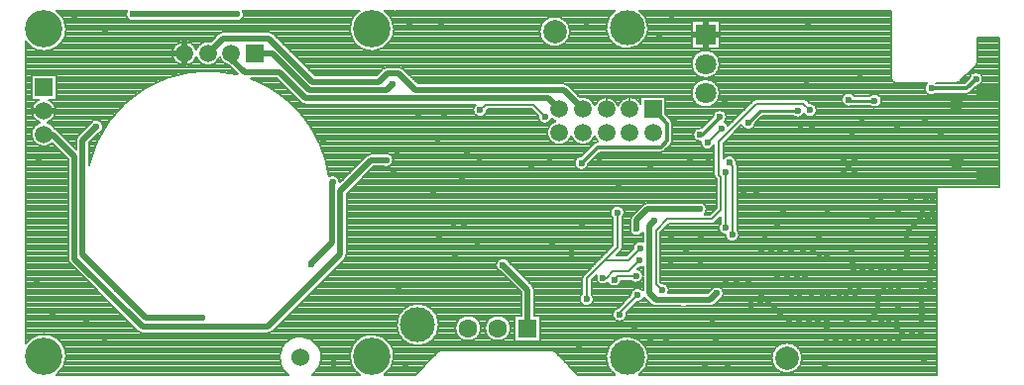
<source format=gbl>
G04*
G04 #@! TF.GenerationSoftware,Altium Limited,Altium Designer,18.1.7 (191)*
G04*
G04 Layer_Physical_Order=2*
G04 Layer_Color=16711680*
%FSLAX24Y24*%
%MOIN*%
G70*
G01*
G75*
%ADD12C,0.0079*%
%ADD13C,0.0118*%
%ADD14C,0.0100*%
%ADD62C,0.0630*%
%ADD66R,0.0630X0.0630*%
%ADD83C,0.0197*%
%ADD97C,0.0787*%
%ADD98C,0.1181*%
%ADD99C,0.0591*%
%ADD100R,0.0591X0.0591*%
%ADD101R,0.0591X0.0591*%
%ADD102R,0.0709X0.0709*%
%ADD103C,0.0709*%
%ADD104O,0.0787X0.0433*%
%ADD105C,0.0492*%
%ADD106C,0.1260*%
%ADD107C,0.0600*%
%ADD108C,0.0236*%
D12*
X57009Y35669D02*
G03*
X57058Y35787I-119J119D01*
G01*
X57009Y35669D02*
G03*
X57058Y35787I-119J119D01*
G01*
X57244Y35197D02*
G03*
X56772Y35212I-236J0D01*
G01*
X57023Y34961D02*
G03*
X57244Y35197I-15J236D01*
G01*
X56339Y35068D02*
G03*
X56457Y35117I0J168D01*
G01*
X56339Y35068D02*
G03*
X56457Y35117I0J168D01*
G01*
X54163Y35236D02*
G03*
X54331Y35068I168J0D01*
G01*
X54163Y35236D02*
G03*
X54331Y35068I168J0D01*
G01*
X55366D02*
G03*
X55668Y34705I145J-186D01*
G01*
X56693D02*
G03*
X56818Y34757I0J177D01*
G01*
X56693Y34705D02*
G03*
X56818Y34757I0J177D01*
G01*
X53839Y34478D02*
G03*
X53436Y34646I-236J0D01*
G01*
X51312Y34491D02*
G03*
X51201Y34537I-111J-111D01*
G01*
X51312Y34491D02*
G03*
X51201Y34537I-112J-111D01*
G01*
X53436Y34310D02*
G03*
X53839Y34478I166J168D01*
G01*
X52918Y34646D02*
G03*
X52856Y34310I-191J-139D01*
G01*
X51663Y34154D02*
G03*
X51414Y34389I-236J0D01*
G01*
X51223Y34034D02*
G03*
X51663Y34154I204J119D01*
G01*
X50848Y33976D02*
G03*
X51223Y34034I166J168D01*
G01*
X49636Y34537D02*
G03*
X49524Y34491I0J-157D01*
G01*
X49636Y34537D02*
G03*
X49524Y34491I0J-157D01*
G01*
X49128Y33650D02*
G03*
X49587Y33729I222J81D01*
G01*
X45984Y36929D02*
G03*
X45683Y37509I-709J0D01*
G01*
X45984Y36929D02*
G03*
X45683Y37509I-709J0D01*
G01*
X48386Y35709D02*
G03*
X48386Y35709I-472J0D01*
G01*
Y34724D02*
G03*
X48386Y34724I-472J0D01*
G01*
X48624Y33929D02*
G03*
X48152Y33931I-236J0D01*
G01*
X44868Y37509D02*
G03*
X45984Y36929I407J-580D01*
G01*
X44868Y37509D02*
G03*
X45984Y36929I407J-580D01*
G01*
X43356Y36801D02*
G03*
X43356Y36801I-512J0D01*
G01*
D02*
G03*
X43356Y36801I-512J0D01*
G01*
X43293Y34986D02*
G03*
X43140Y35049I-153J-153D01*
G01*
X45738Y34359D02*
G03*
X44970Y34309I-374J-176D01*
G01*
D02*
G03*
X44183Y34309I-394J-126D01*
G01*
D02*
G03*
X43693Y34585I-394J-126D01*
G01*
X43293Y34985D02*
G03*
X43140Y35049I-153J-153D01*
G01*
X48545Y33752D02*
G03*
X48624Y33929I-157J177D01*
G01*
X48668Y33635D02*
G03*
X48545Y33752I-213J-101D01*
G01*
X46801Y33711D02*
G03*
X46749Y33836I-177J0D01*
G01*
X46801Y33711D02*
G03*
X46749Y33836I-177J0D01*
G01*
X47748Y33092D02*
G03*
X48199Y32967I234J-31D01*
G01*
X48989Y32271D02*
G03*
X48946Y32378I-157J0D01*
G01*
X48989Y32271D02*
G03*
X48946Y32378I-157J0D01*
G01*
X48947Y32392D02*
G03*
X48514Y32522I-236J0D01*
G01*
X47778Y33557D02*
G03*
X47748Y33092I-52J-230D01*
G01*
X46749Y33005D02*
G03*
X46801Y33130I-125J125D01*
G01*
X46749Y33005D02*
G03*
X46801Y33130I-125J125D01*
G01*
X44183Y33270D02*
G03*
X44298Y33091I394J126D01*
G01*
X44282D02*
G03*
X44156Y33039I0J-177D01*
G01*
X44282Y33091D02*
G03*
X44156Y33039I0J-177D01*
G01*
X42743Y33861D02*
G03*
X42876Y33789I259J322D01*
G01*
X42284Y33950D02*
G03*
X42743Y33861I236J-13D01*
G01*
X42876Y33789D02*
G03*
X43396Y33270I126J-394D01*
G01*
D02*
G03*
X44183Y33270I394J126D01*
G01*
X46407Y32736D02*
G03*
X46533Y32788I0J177D01*
G01*
X46407Y32736D02*
G03*
X46533Y32788I0J177D01*
G01*
X49048Y29952D02*
G03*
X48989Y30109I-236J0D01*
G01*
X48575Y29953D02*
G03*
X49048Y29952I236J-1D01*
G01*
X48199Y31979D02*
G03*
X48245Y31868I157J0D01*
G01*
X48199Y31979D02*
G03*
X48245Y31867I157J0D01*
G01*
X48120Y30325D02*
G03*
X48231Y30371I0J157D01*
G01*
X48120Y30325D02*
G03*
X48232Y30371I0J157D01*
G01*
X48437Y30365D02*
G03*
X48575Y29953I157J-176D01*
G01*
X48524Y27982D02*
G03*
X48068Y28069I-236J0D01*
G01*
X48374Y27762D02*
G03*
X48524Y27982I-86J220D01*
G01*
X51161Y25807D02*
G03*
X51161Y25807I-512J0D01*
G01*
X48071Y27549D02*
G03*
X48224Y27613I0J217D01*
G01*
X51161Y25807D02*
G03*
X51161Y25807I-512J0D01*
G01*
X48071Y27549D02*
G03*
X48224Y27613I0J217D01*
G01*
X45965Y31033D02*
G03*
X45811Y30970I0J-217D01*
G01*
X47953Y30817D02*
G03*
X47622Y31033I-236J0D01*
G01*
X45965D02*
G03*
X45811Y30970I0J-217D01*
G01*
X47873Y30640D02*
G03*
X47953Y30817I-156J177D01*
G01*
X45447Y30606D02*
G03*
X45384Y30453I153J-153D01*
G01*
X45448Y30606D02*
G03*
X45384Y30453I153J-153D01*
G01*
X45108Y30523D02*
G03*
X45187Y30699I-157J176D01*
G01*
X45384Y30242D02*
G03*
X45807Y30033I217J-94D01*
G01*
Y29727D02*
G03*
X45483Y29495I-89J-219D01*
G01*
X45676Y28849D02*
G03*
X45807Y28880I13J236D01*
G01*
Y28607D02*
G03*
X45630Y28803I-234J-32D01*
G01*
X45409Y28405D02*
G03*
X45807Y28542I164J170D01*
G01*
X45062Y29406D02*
G03*
X45108Y29518I-111J111D01*
G01*
X43725Y32608D02*
G03*
X43976Y32357I15J-236D01*
G01*
X45187Y30699D02*
G03*
X44793Y30523I-236J0D01*
G01*
X45062Y29406D02*
G03*
X45108Y29518I-111J112D01*
G01*
X44244Y28589D02*
G03*
X44630Y28342I224J-75D01*
G01*
X44630Y28342D02*
G03*
X45075Y28405I212J103D01*
G01*
X43806Y28596D02*
G03*
X43760Y28484I111J-111D01*
G01*
X43806Y28596D02*
G03*
X43760Y28484I111J-112D01*
G01*
X46651Y27982D02*
G03*
X46683Y28100I-205J118D01*
G01*
D02*
G03*
X46434Y28336I-236J0D01*
G01*
X45807Y28089D02*
G03*
X45394Y27920I-177J-156D01*
G01*
X47260Y27982D02*
G03*
X47071Y27982I-94J-217D01*
G01*
X45617Y27697D02*
G03*
X45851Y27851I13J236D01*
G01*
X44154Y27795D02*
G03*
X44075Y27971I-236J0D01*
G01*
X46087Y27613D02*
G03*
X46240Y27549I153J153D01*
G01*
X46087Y27613D02*
G03*
X46240Y27549I153J153D01*
G01*
X47071D02*
G03*
X47260Y27549I94J217D01*
G01*
X45984Y25827D02*
G03*
X44868Y25247I-709J0D01*
G01*
X45683D02*
G03*
X45984Y25827I-407J580D01*
G01*
X44978Y27504D02*
G03*
X45266Y27274I51J-231D01*
G01*
X43760Y27971D02*
G03*
X44154Y27795I157J-176D01*
G01*
X45266Y27274D02*
G03*
X45257Y27337I-236J0D01*
G01*
X45683Y25247D02*
G03*
X45984Y25827I-407J580D01*
G01*
D02*
G03*
X44868Y25247I-709J0D01*
G01*
X42146Y28110D02*
G03*
X42082Y28264I-217J0D01*
G01*
X42146Y28110D02*
G03*
X42082Y28263I-217J0D01*
G01*
X42845Y26024D02*
G03*
X42726Y26074I-119J-119D01*
G01*
X42845Y26024D02*
G03*
X42726Y26074I-119J-119D01*
G01*
X37441Y36890D02*
G03*
X37111Y37510I-748J0D01*
G01*
X36275D02*
G03*
X37441Y36890I418J-620D01*
G01*
X37742Y35546D02*
G03*
X37589Y35610I-153J-153D01*
G01*
X37215D02*
G03*
X37061Y35547I0J-217D01*
G01*
X37742D02*
G03*
X37589Y35610I-153J-153D01*
G01*
X37215D02*
G03*
X37061Y35546I0J-217D01*
G01*
X32392Y37382D02*
G03*
X32354Y37510I-236J0D01*
G01*
X32061Y37165D02*
G03*
X32392Y37382I94J217D01*
G01*
X33383Y36728D02*
G03*
X33230Y36791I-153J-153D01*
G01*
X31690D02*
G03*
X31537Y36728I0J-217D01*
G01*
X33384Y36728D02*
G03*
X33230Y36791I-153J-153D01*
G01*
X31690D02*
G03*
X31536Y36728I0J-217D01*
G01*
X30787Y35940D02*
G03*
X31575Y35940I394J126D01*
G01*
X31575D02*
G03*
X31875Y35663I394J126D01*
G01*
X40178Y34341D02*
G03*
X40571Y34163I156J-177D01*
G01*
X37411Y32470D02*
G03*
X37081Y32687I-236J0D01*
G01*
X36672D02*
G03*
X36519Y32624I0J-217D01*
G01*
X36672Y32687D02*
G03*
X36519Y32623I0J-217D01*
G01*
X34315Y34404D02*
G03*
X34469Y34341I153J153D01*
G01*
X34315Y34404D02*
G03*
X34469Y34341I153J153D01*
G01*
X32179Y35359D02*
G03*
X27185Y32314I-998J-3981D01*
G01*
X31277Y36468D02*
G03*
X30787Y36192I-96J-402D01*
G01*
X28463Y37510D02*
G03*
X28756Y37165I199J-128D01*
G01*
X26417Y36890D02*
G03*
X26088Y37510I-748J0D01*
G01*
X30787Y36192D02*
G03*
X30787Y35940I-394J-126D01*
G01*
X25049Y36471D02*
G03*
X26417Y36890I620J418D01*
G01*
X26073Y34134D02*
G03*
X25836Y34508I-413J0D01*
G01*
X25483D02*
G03*
X25533Y33740I176J-374D01*
G01*
X27667Y33602D02*
G03*
X27211Y33689I-236J0D01*
G01*
X27517Y33382D02*
G03*
X27667Y33602I-86J220D01*
G01*
X26816Y33293D02*
G03*
X26752Y33140I153J-153D01*
G01*
X26815Y33293D02*
G03*
X26752Y33140I153J-153D01*
G01*
X25785Y33740D02*
G03*
X26073Y34134I-126J394D01*
G01*
X26019Y33550D02*
G03*
X25785Y33740I-360J-203D01*
G01*
X26098Y33500D02*
G03*
X26019Y33550I-153J-153D01*
G01*
X26098Y33499D02*
G03*
X26019Y33550I-153J-153D01*
G01*
X25533Y33740D02*
G03*
X25941Y33044I126J-394D01*
G01*
X41322Y29023D02*
G03*
X41016Y28717I-220J-86D01*
G01*
X38947Y26929D02*
G03*
X38947Y26929I-709J0D01*
G01*
D02*
G03*
X38947Y26929I-709J0D01*
G01*
X41362Y26811D02*
G03*
X41362Y26811I-433J0D01*
G01*
X40362D02*
G03*
X40362Y26811I-433J0D01*
G01*
X39045Y26074D02*
G03*
X38926Y26024I0J-168D01*
G01*
X39045Y26074D02*
G03*
X38926Y26024I0J-168D01*
G01*
X37081Y32254D02*
G03*
X37411Y32470I94J217D01*
G01*
X35612Y31724D02*
G03*
X35249Y31923I-236J0D01*
G01*
X35249D02*
G03*
X32634Y35217I-4068J-545D01*
G01*
X35782Y29147D02*
G03*
X35846Y29300I-153J153D01*
G01*
X35782Y29147D02*
G03*
X35846Y29300I-153J153D01*
G01*
X26476Y29146D02*
G03*
X26540Y28993I217J0D01*
G01*
X26476Y29146D02*
G03*
X26540Y28993I217J0D01*
G01*
X33189Y26644D02*
G03*
X33342Y26707I0J217D01*
G01*
X33189Y26644D02*
G03*
X33342Y26707I0J217D01*
G01*
X28825D02*
G03*
X28979Y26644I153J153D01*
G01*
X28826Y26707D02*
G03*
X28979Y26644I153J153D01*
G01*
X37441Y25866D02*
G03*
X36275Y25246I-748J0D01*
G01*
X37111D02*
G03*
X37441Y25866I-418J620D01*
G01*
X34698Y25246D02*
G03*
X35000Y25827I-406J581D01*
G01*
D02*
G03*
X33885Y25246I-709J0D01*
G01*
X26417Y25866D02*
G03*
X25049Y26285I-748J0D01*
G01*
X26088Y25246D02*
G03*
X26417Y25866I-418J620D01*
G01*
X57058Y36378D02*
X57785D01*
X57058Y36457D02*
X57785D01*
X57058Y36299D02*
X57785D01*
X57058Y36604D02*
X57785D01*
X57058Y36535D02*
X57785D01*
X57058Y35984D02*
X57785D01*
X57058Y36063D02*
X57785D01*
X57058Y35905D02*
X57785D01*
X57058Y36220D02*
X57785D01*
X57058Y36142D02*
X57785D01*
X57058Y35827D02*
X57785D01*
X57058Y35787D02*
Y36604D01*
X57053Y35748D02*
X57785D01*
X57009Y35669D02*
X57785D01*
X56931Y35590D02*
X57785D01*
X56852Y35512D02*
X57785D01*
X56773Y35433D02*
X57002D01*
X57184Y35354D02*
X57785D01*
X57014Y35433D02*
X57785D01*
Y35236D02*
Y36604D01*
X56457Y35117D02*
X57009Y35669D01*
X57244Y35197D02*
X57785D01*
X57231Y35276D02*
X57785D01*
X57231Y35118D02*
X57785D01*
X57184Y35039D02*
X57785D01*
X56694Y35354D02*
X56832D01*
X56616Y35276D02*
X56785D01*
X56620Y35059D02*
X56772Y35212D01*
X56537Y35197D02*
X56757D01*
X56458Y35118D02*
X56679D01*
X55657Y35068D02*
X56339D01*
X55668Y35059D02*
X56620D01*
X48386Y36614D02*
X54163D01*
X48386Y36693D02*
X54163D01*
X48386Y36535D02*
X54163D01*
X48386Y36850D02*
X54163D01*
X48386Y36772D02*
X54163D01*
X48386Y36378D02*
X54163D01*
X48386Y36457D02*
X54163D01*
X48386Y36299D02*
X54163D01*
X48102Y36142D02*
X54163D01*
X48226Y36063D02*
X54163D01*
X45865Y37323D02*
X54163D01*
X45804Y37401D02*
X54163D01*
X45910Y37244D02*
X54163D01*
X45683Y37509D02*
X54163D01*
X45721Y37480D02*
X54163D01*
X48386Y37008D02*
X54163D01*
X48386Y36929D02*
X54163D01*
X48386Y37165D02*
X54163D01*
X48386Y37087D02*
X54163D01*
X48384Y35748D02*
X54163D01*
X48384Y35669D02*
X54163D01*
X47922Y35197D02*
X54167D01*
X54331Y35068D02*
X55366D01*
X48175Y35118D02*
X54211D01*
X48266Y35039D02*
X55336D01*
X48371Y35590D02*
X54163D01*
X48371Y35827D02*
X54163D01*
Y35236D02*
Y37509D01*
X48297Y35984D02*
X54163D01*
X48343Y35905D02*
X54163D01*
X48343Y35512D02*
X54163D01*
X48297Y35433D02*
X54163D01*
X48226Y35354D02*
X54163D01*
X48102Y35276D02*
X54163D01*
X56943Y34882D02*
X57785D01*
X57022Y34961D02*
X57785D01*
X56865Y34803D02*
X57785D01*
X56818Y34757D02*
X57023Y34961D01*
X53838Y34488D02*
X57785D01*
X56774Y34724D02*
X57785D01*
X53828Y34409D02*
X57785D01*
X53769Y34646D02*
X57785D01*
X53821Y34567D02*
X57785D01*
X55668Y34705D02*
X56693D01*
X52821Y34724D02*
X55336D01*
X52918Y34646D02*
X53436D01*
X51315Y34488D02*
X52491D01*
X51394Y34409D02*
X52512D01*
X53670Y34252D02*
X57785D01*
X53787Y34331D02*
X57785D01*
X52856Y34310D02*
X53436D01*
X51642Y34252D02*
X53535D01*
X51663Y34173D02*
X57785D01*
X51656Y34094D02*
X57785D01*
X51619Y34016D02*
X57785D01*
X51521Y33937D02*
X57785D01*
X51583Y34331D02*
X52570D01*
X51312Y34491D02*
X51414Y34389D01*
X51128Y33937D02*
X51333D01*
X49833Y33976D02*
X50848D01*
X49795Y33937D02*
X50900D01*
X48379Y34803D02*
X55289D01*
X48386Y34724D02*
X52632D01*
X48379Y34646D02*
X52534D01*
X48323Y34961D02*
X55289D01*
X48359Y34882D02*
X55276D01*
X49637Y33779D02*
X57785D01*
X49716Y33858D02*
X57785D01*
X49585Y33701D02*
X57785D01*
X49560Y33622D02*
X57785D01*
X49495Y33543D02*
X57785D01*
X49636Y34537D02*
X51201D01*
X48359Y34567D02*
X52498D01*
X48668Y33635D02*
X49524Y34491D01*
X48322Y34488D02*
X49521D01*
X49587Y33729D02*
X49833Y33976D01*
X48265Y34409D02*
X49443D01*
X48174Y34331D02*
X49364D01*
X48825Y32598D02*
X57785D01*
X48514Y32677D02*
X57785D01*
X48909Y32520D02*
X57785D01*
X48514Y32835D02*
X57785D01*
X48514Y32756D02*
X57785D01*
X48988Y32283D02*
X57785D01*
X48989Y32205D02*
X57785D01*
X48942Y32441D02*
X57785D01*
X48960Y32362D02*
X57785D01*
X48943Y33465D02*
X57785D01*
X48864Y33386D02*
X57785D01*
X48786Y33307D02*
X57785D01*
X48707Y33228D02*
X57785D01*
X48628Y33150D02*
X57785D01*
X48549Y33071D02*
X57785D01*
X48514Y32992D02*
X57785D01*
X48514Y32913D02*
X57785D01*
X47441Y37165D02*
X48386D01*
X45980Y37008D02*
X47441D01*
X45944Y37165D02*
X47441D01*
X45967Y37087D02*
X47441D01*
X45984Y36929D02*
X47441D01*
X45980Y36850D02*
X47441D01*
X45967Y36772D02*
X47441D01*
X45910Y36614D02*
X47441D01*
X45944Y36693D02*
X47441D01*
Y36220D02*
Y37165D01*
X45865Y36535D02*
X47441D01*
X45804Y36457D02*
X47441D01*
X45721Y36378D02*
X47441D01*
X45600Y36299D02*
X47441D01*
Y36220D02*
X48386D01*
Y37165D01*
X46565Y34173D02*
X49206D01*
X46565Y34331D02*
X47652D01*
X46565Y34252D02*
X49285D01*
X46565Y34567D02*
X47468D01*
X45738Y34359D02*
Y34596D01*
X46565Y34020D02*
Y34596D01*
X45738D02*
X46565D01*
X45518Y34567D02*
X45738D01*
X46565Y34488D02*
X47504D01*
X46565Y34409D02*
X47561D01*
X45643Y34488D02*
X45738D01*
X45364Y34183D02*
Y34557D01*
X43345Y36693D02*
X44607D01*
X43101Y37244D02*
X44641D01*
X43321Y36614D02*
X44641D01*
X43223Y36457D02*
X44747D01*
X43282Y36535D02*
X44686D01*
X43205Y35039D02*
X47561D01*
X43132Y36378D02*
X44830D01*
X42944Y36299D02*
X44951D01*
X43204Y37165D02*
X44607D01*
X43269Y37087D02*
X44585D01*
X43313Y37008D02*
X44571D01*
X43354Y36850D02*
X44571D01*
X43355Y36772D02*
X44585D01*
X43340Y36929D02*
X44567D01*
X43476Y34803D02*
X47448D01*
X43554Y34724D02*
X47441D01*
X43633Y34646D02*
X47448D01*
X43318Y34961D02*
X47504D01*
X43397Y34882D02*
X47468D01*
X44923Y34409D02*
X45018D01*
X44730Y34567D02*
X45211D01*
X44856Y34488D02*
X45085D01*
X43943Y34567D02*
X44423D01*
X43293Y34985D02*
X43693Y34585D01*
X44135Y34409D02*
X44231D01*
X44577Y34183D02*
Y34557D01*
X44068Y34488D02*
X44298D01*
X42051Y34183D02*
X42284Y33950D01*
X48608Y34016D02*
X49049D01*
X48624Y33937D02*
X48970D01*
X48614Y33858D02*
X48891D01*
X48557Y34094D02*
X49128D01*
X49101Y33622D02*
X49140D01*
X48622Y33701D02*
X48734D01*
X49022Y33543D02*
X49206D01*
X48571Y33779D02*
X48813D01*
X46787D02*
X48000D01*
X46801Y33701D02*
X47922D01*
X47778Y33557D02*
X48152Y33931D01*
X46801Y33465D02*
X47534D01*
X46801Y33386D02*
X47498D01*
X46801Y33622D02*
X47843D01*
X46801Y33543D02*
X47632D01*
X48514Y33035D02*
X49128Y33650D01*
X48167Y32913D02*
X48199D01*
X48514Y32522D02*
Y33035D01*
X48050Y32835D02*
X48199D01*
X48514Y32598D02*
X48596D01*
X46801Y33307D02*
X47491D01*
X46801Y33130D02*
Y33711D01*
Y33228D02*
X47512D01*
X46801Y33150D02*
X47570D01*
X46791Y33071D02*
X47746D01*
X46737Y32992D02*
X47756D01*
X46570Y34016D02*
X48169D01*
X46648Y33937D02*
X48152D01*
X46727Y33858D02*
X48079D01*
X46565Y34094D02*
X48220D01*
X46565Y34020D02*
X46749Y33836D01*
X44121Y33150D02*
X44245D01*
X44045Y33071D02*
X44200D01*
X43380Y33228D02*
X43411D01*
X44167D02*
X44199D01*
X42696Y33779D02*
X42848D01*
X43334Y33150D02*
X43457D01*
X43879Y32992D02*
X44110D01*
X43258Y33071D02*
X43534D01*
X43091Y32992D02*
X43700D01*
X46489Y32756D02*
X48199D01*
X46579Y32835D02*
X47915D01*
X44296Y32677D02*
X48199D01*
X44217Y32598D02*
X48199D01*
X44138Y32520D02*
X48199D01*
X44060Y32441D02*
X48199D01*
X43981Y32362D02*
X48199D01*
X43959Y32283D02*
X48199D01*
X43907Y32205D02*
X48199D01*
X46658Y32913D02*
X47798D01*
X46533Y32788D02*
X46749Y33005D01*
X43725Y32608D02*
X44156Y33039D01*
X44355Y32736D02*
X46407D01*
X43976Y32357D02*
X44355Y32736D01*
X48989Y32047D02*
X57785D01*
X48989Y32126D02*
X57785D01*
Y31565D02*
Y35236D01*
X48989Y31968D02*
X57785D01*
X48989Y31890D02*
X57785D01*
X48989Y31575D02*
X57785D01*
X48989Y31653D02*
X57785D01*
X55709Y31565D02*
X57785D01*
X48989Y31811D02*
X57785D01*
X48989Y31732D02*
X57785D01*
X48989Y31260D02*
X55699D01*
X48989Y31339D02*
X55699D01*
X48989Y31181D02*
X55699D01*
X48989Y31496D02*
X55699D01*
X48989Y31417D02*
X55699D01*
X48989Y30945D02*
X55699D01*
X48989Y30866D02*
X55699D01*
X48989Y31102D02*
X55699D01*
X48989Y31024D02*
X55699D01*
X48989Y30551D02*
X55699D01*
X48989Y30630D02*
X55699D01*
X48989Y30472D02*
X55699D01*
X48989Y30787D02*
X55699D01*
X48989Y30709D02*
X55699D01*
X48989Y30157D02*
X55699D01*
X48989Y30236D02*
X55699D01*
X49021Y29842D02*
X55699D01*
X48989Y30394D02*
X55699D01*
X48989Y30315D02*
X55699D01*
X49011Y30079D02*
X55699D01*
X48989Y30109D02*
Y32271D01*
X55699Y25247D02*
Y31555D01*
X48437Y30365D02*
Y30577D01*
X49043Y30000D02*
X55699D01*
X49046Y29921D02*
X55699D01*
X48954Y29764D02*
X55699D01*
X47948Y30866D02*
X48280D01*
X48245Y31867D02*
X48280Y31833D01*
Y30865D02*
Y31833D01*
X47831Y31024D02*
X48280D01*
X47915Y30945D02*
X48280D01*
X48254Y30394D02*
X48437D01*
X48333Y30472D02*
X48437D01*
X48232Y30371D02*
X48437Y30577D01*
X48055Y30640D02*
X48280Y30865D01*
X46689Y30315D02*
X48395D01*
X48199Y31979D02*
Y32967D01*
X47951Y30787D02*
X48202D01*
X47926Y30709D02*
X48124D01*
X47873Y30640D02*
X48055D01*
X46699Y30325D02*
X48120D01*
X46398Y29449D02*
X55699D01*
X46398Y29527D02*
X55699D01*
X46398Y29370D02*
X55699D01*
X46398Y29685D02*
X55699D01*
X46398Y29606D02*
X55699D01*
X46398Y29055D02*
X55699D01*
X46398Y28976D02*
X55699D01*
X46398Y29291D02*
X55699D01*
X46398Y29134D02*
X55699D01*
X46610Y30236D02*
X48364D01*
X46532Y30157D02*
X48361D01*
X46453Y30079D02*
X48386D01*
X46398Y30000D02*
X48453D01*
X46398Y29764D02*
X48669D01*
X46398Y29213D02*
X55699D01*
X46398Y29921D02*
X48577D01*
X46398Y29842D02*
X48602D01*
X48486Y28110D02*
X55699D01*
X48402Y28189D02*
X55699D01*
X48518Y28031D02*
X55699D01*
X46424Y28346D02*
X55699D01*
X46614Y28268D02*
X55699D01*
X48497Y27874D02*
X55699D01*
X48522Y27953D02*
X55699D01*
X48328Y27716D02*
X55699D01*
X48249Y27638D02*
X55699D01*
X48135Y27559D02*
X55699D01*
X46683Y28110D02*
X48089D01*
X47981Y27982D02*
X48068Y28069D01*
X46666Y28189D02*
X48173D01*
X46673Y28031D02*
X48030D01*
X48432Y27795D02*
X55699D01*
X47260Y27982D02*
X47981D01*
X48224Y27613D02*
X48374Y27762D01*
X51093Y26063D02*
X55699D01*
X51037Y26142D02*
X55699D01*
X51130Y25984D02*
X55699D01*
X50790Y26299D02*
X55699D01*
X50951Y26220D02*
X55699D01*
X51161Y25827D02*
X55699D01*
X51158Y25748D02*
X55699D01*
X51152Y25905D02*
X55699D01*
X50999Y25433D02*
X55699D01*
X47260Y27549D02*
X48071D01*
X51143Y25669D02*
X55699D01*
X51113Y25591D02*
X55699D01*
X51068Y25512D02*
X55699D01*
X50888Y25354D02*
X55699D01*
X45264Y27244D02*
X55699D01*
X45261Y27323D02*
X55699D01*
X45239Y27165D02*
X55699D01*
X45174Y27087D02*
X55699D01*
X42362Y27008D02*
X55699D01*
X42362Y26693D02*
X55699D01*
X42362Y26772D02*
X55699D01*
X42362Y26614D02*
X55699D01*
X42362Y26929D02*
X55699D01*
X42362Y26850D02*
X55699D01*
X46398Y28661D02*
X55699D01*
X46398Y28740D02*
X55699D01*
X46398Y28583D02*
X55699D01*
X46398Y28898D02*
X55699D01*
X46398Y28819D02*
X55699D01*
X46398Y28504D02*
X55699D01*
X46398Y28425D02*
X55699D01*
X45400Y27480D02*
X55699D01*
X45321Y27402D02*
X55699D01*
X45721Y26378D02*
X55699D01*
X45804Y26299D02*
X50509D01*
X45865Y26220D02*
X50348D01*
X45284Y26535D02*
X55699D01*
X45600Y26457D02*
X55699D01*
X45865Y25433D02*
X50300D01*
X45804Y25354D02*
X50411D01*
X45721Y25276D02*
X55699D01*
X45683Y25247D02*
X55699D01*
X45967Y25984D02*
X50169D01*
X45980Y25905D02*
X50147D01*
X45984Y25827D02*
X50138D01*
X45910Y26142D02*
X50262D01*
X45944Y26063D02*
X50206D01*
X45980Y25748D02*
X50141D01*
X45967Y25669D02*
X50157D01*
X45944Y25591D02*
X50186D01*
X45910Y25512D02*
X50232D01*
X45965Y31033D02*
X47622D01*
X45448Y30606D02*
X45811Y30970D01*
X45187Y30709D02*
X45550D01*
X46398Y30023D02*
X46699Y30325D01*
X45118Y30866D02*
X45707D01*
X45170Y30787D02*
X45629D01*
X45177Y30630D02*
X45471D01*
X45135Y30551D02*
X45407D01*
X45108Y30472D02*
X45385D01*
X45384Y30242D02*
Y30453D01*
X45108Y30079D02*
X45374D01*
X45108Y30000D02*
X45416D01*
X45807Y29727D02*
Y30033D01*
X45668Y29921D02*
X45807D01*
X46398Y28372D02*
Y30023D01*
X45741Y28740D02*
X45807D01*
X46398Y28372D02*
X46434Y28336D01*
X45646Y28819D02*
X45807D01*
X45630Y28803D02*
X45676Y28849D01*
X45807Y28607D02*
Y28880D01*
X45108Y29921D02*
X45533D01*
X45250Y29262D02*
X45483Y29495D01*
X45756Y28425D02*
X45807D01*
Y28089D02*
Y28542D01*
X45635Y28346D02*
X45807D01*
X45108Y30236D02*
X45381D01*
X45108Y30157D02*
X45364D01*
X45108Y29842D02*
X45807D01*
X45108Y30394D02*
X45384D01*
X45108Y30315D02*
X45384D01*
X45108Y29764D02*
X45807D01*
X45108Y29685D02*
X45562D01*
X45108Y29606D02*
X45504D01*
X45108Y29527D02*
X45483D01*
X45092Y29449D02*
X45437D01*
X45108Y29518D02*
Y30523D01*
X44793Y29583D02*
Y30523D01*
X45026Y29370D02*
X45358D01*
X44947Y29291D02*
X45279D01*
X44918Y29262D02*
X45250D01*
X44918D02*
X45062Y29406D01*
X44426Y29216D02*
X44793Y29583D01*
X43806Y28596D02*
X44426Y29215D01*
X44075Y28419D02*
X44244Y28589D01*
X45075Y28405D02*
X45409D01*
X44081Y28425D02*
X44250D01*
X44075Y28346D02*
X44302D01*
X44160Y28504D02*
X44232D01*
X41763Y28583D02*
X43794D01*
X41842Y28504D02*
X43761D01*
X43760Y27971D02*
Y28484D01*
X44075Y27971D02*
Y28419D01*
X41920Y28425D02*
X43760D01*
X41999Y28346D02*
X43760D01*
X44999Y28268D02*
X45807D01*
X44075Y28189D02*
X45807D01*
X46651Y27982D02*
X47071D01*
X45822Y27795D02*
X45904D01*
X45724Y27716D02*
X45983D01*
X45057Y28346D02*
X45511D01*
X44075Y28268D02*
X44686D01*
X44075Y28110D02*
X45474D01*
X44075Y28031D02*
X45415D01*
X44140Y27874D02*
X45348D01*
X44154Y27795D02*
X45269D01*
X44093Y27953D02*
X45395D01*
X44140Y27716D02*
X45191D01*
X45871Y27829D02*
X46087Y27613D01*
X45557Y27638D02*
X46062D01*
X45479Y27559D02*
X46176D01*
X46240Y27549D02*
X47071D01*
X45257Y27337D02*
X45617Y27697D01*
X44978Y27504D02*
X45394Y27920D01*
X44093Y27638D02*
X45112D01*
X43623Y25247D02*
X44868D01*
X42146Y28031D02*
X43760D01*
X42146Y28110D02*
X43760D01*
X42146Y27559D02*
X45033D01*
X42078Y28268D02*
X43760D01*
X42131Y28189D02*
X43760D01*
X42146Y27323D02*
X44798D01*
X42362Y27244D02*
X44795D01*
X42362Y27165D02*
X44820D01*
X42146Y27480D02*
X44915D01*
X42146Y27402D02*
X44831D01*
X42146Y27953D02*
X43741D01*
X42146Y27874D02*
X43695D01*
X42146Y27244D02*
Y28110D01*
Y27638D02*
X43741D01*
X42146Y27244D02*
X42362D01*
X42146Y27795D02*
X43681D01*
X42146Y27716D02*
X43695D01*
X42362Y26457D02*
X44951D01*
X42785Y26063D02*
X44607D01*
X43279Y25591D02*
X44607D01*
X42362Y27087D02*
X44885D01*
X42362Y26535D02*
X45267D01*
X43515Y25354D02*
X44747D01*
X43594Y25276D02*
X44830D01*
X43358Y25512D02*
X44641D01*
X43437Y25433D02*
X44686D01*
X42885Y25984D02*
X44585D01*
X42845Y26024D02*
X43623Y25247D01*
X42362Y26378D02*
Y27244D01*
X43122Y25748D02*
X44571D01*
X43200Y25669D02*
X44585D01*
X42964Y25905D02*
X44571D01*
X43043Y25827D02*
X44567D01*
X37480Y37509D02*
X44868D01*
X37303Y37323D02*
X44686D01*
X37352Y37244D02*
X42588D01*
X37152Y37480D02*
X44830D01*
X37239Y37401D02*
X44747D01*
X37388Y37165D02*
X42485D01*
X37415Y37087D02*
X42420D01*
X37303Y36457D02*
X42466D01*
X37238Y36378D02*
X42557D01*
X37152Y36299D02*
X42745D01*
X37432Y37008D02*
X42376D01*
X37440Y36929D02*
X42349D01*
X37440Y36850D02*
X42335D01*
X37111Y37510D02*
X37464D01*
X37432Y36772D02*
X42334D01*
X37415Y36693D02*
X42344D01*
X37388Y36614D02*
X42368D01*
X37352Y36535D02*
X42407D01*
X37027Y36220D02*
X54163D01*
X34127Y35984D02*
X47530D01*
X34206Y35905D02*
X47484D01*
X33970Y36142D02*
X47724D01*
X34048Y36063D02*
X47601D01*
X37679Y35590D02*
X47456D01*
X34442Y35669D02*
X47443D01*
X37742Y35546D02*
X38239Y35049D01*
X34285Y35827D02*
X47456D01*
X34363Y35748D02*
X47443D01*
X37215Y35610D02*
X37589D01*
X33812Y36299D02*
X36234D01*
X33891Y36220D02*
X36359D01*
X34521Y35590D02*
X37124D01*
X32370Y37480D02*
X36234D01*
X32391Y37401D02*
X36147D01*
X32384Y37323D02*
X36083D01*
X32354Y37510D02*
X36275D01*
X32347Y37244D02*
X36034D01*
X32250Y37165D02*
X35997D01*
X26416Y36850D02*
X35946D01*
X33321Y36772D02*
X35954D01*
X26391Y37087D02*
X35971D01*
X26408Y37008D02*
X35954D01*
X28756Y37165D02*
X32061D01*
X28756Y37165D02*
X32061D01*
X26416Y36929D02*
X35946D01*
X31690Y36791D02*
X33230D01*
X26408Y36772D02*
X31599D01*
X33497Y36614D02*
X35998D01*
X33418Y36693D02*
X35971D01*
X33576Y36535D02*
X36034D01*
X33384Y36728D02*
X34787Y35325D01*
X33655Y36457D02*
X36083D01*
X33733Y36378D02*
X36147D01*
X25049Y35590D02*
X31948D01*
X31875Y35663D02*
X32179Y35359D01*
X31277Y36468D02*
X31536Y36728D01*
X26391Y36693D02*
X31502D01*
X26365Y36614D02*
X31423D01*
X31518Y35827D02*
X31631D01*
X31445Y35748D02*
X31705D01*
X31297Y35669D02*
X31853D01*
X38013Y35276D02*
X47725D01*
X37934Y35354D02*
X47601D01*
X38092Y35197D02*
X47905D01*
X37777Y35512D02*
X47484D01*
X37856Y35433D02*
X47530D01*
X38170Y35118D02*
X47652D01*
X38239Y35049D02*
X43140D01*
X34987Y32913D02*
X44031D01*
X34920Y33071D02*
X42746D01*
X34955Y32992D02*
X42913D01*
X40571Y34173D02*
X42061D01*
X40577Y34183D02*
X42051D01*
X40561Y34094D02*
X42140D01*
X36839Y35325D02*
X37061Y35546D01*
X40519Y34016D02*
X42218D01*
X40402Y33937D02*
X42283D01*
X34845Y33228D02*
X42624D01*
X34883Y33150D02*
X42670D01*
X37290Y32677D02*
X43795D01*
X37374Y32598D02*
X43672D01*
X35018Y32835D02*
X43952D01*
X35047Y32756D02*
X43873D01*
X37406Y32520D02*
X43556D01*
X37410Y32441D02*
X43514D01*
X37385Y32362D02*
X43504D01*
X37319Y32283D02*
X43521D01*
X36672Y32687D02*
X37081D01*
X35074Y32677D02*
X36608D01*
X35100Y32598D02*
X36494D01*
X35166Y32362D02*
X36258D01*
X35184Y32283D02*
X36179D01*
X35123Y32520D02*
X36415D01*
X35145Y32441D02*
X36337D01*
X34678Y35433D02*
X36948D01*
X34757Y35354D02*
X36869D01*
X34787Y35325D02*
X36839D01*
X34600Y35512D02*
X37026D01*
X33503Y35217D02*
X34315Y34404D01*
X33859Y34488D02*
X34231D01*
X33765Y34567D02*
X34153D01*
X33948Y34409D02*
X34310D01*
X33557Y34724D02*
X33995D01*
X33665Y34646D02*
X34074D01*
X32685Y35197D02*
X33523D01*
X32634Y35217D02*
X33503D01*
X32871Y35118D02*
X33601D01*
X25049Y35512D02*
X32027D01*
X31815Y35433D02*
X32105D01*
X33318Y34882D02*
X33838D01*
X33443Y34803D02*
X33916D01*
X33036Y35039D02*
X33680D01*
X33184Y34961D02*
X33759D01*
X34565Y33701D02*
X42723D01*
X34510Y33779D02*
X42344D01*
X34618Y33622D02*
X42656D01*
X34390Y33937D02*
X40267D01*
X34451Y33858D02*
X42297D01*
X34761Y33386D02*
X42589D01*
X34804Y33307D02*
X42598D01*
X34668Y33543D02*
X42616D01*
X34715Y33465D02*
X42594D01*
X34469Y34341D02*
X40178D01*
X34032Y34331D02*
X40168D01*
X34258Y34094D02*
X40109D01*
X34326Y34016D02*
X40150D01*
X34111Y34252D02*
X40116D01*
X34186Y34173D02*
X40099D01*
X30529Y36457D02*
X31046D01*
X26328Y36535D02*
X31344D01*
X26279Y36457D02*
X30258D01*
X30665Y36378D02*
X30910D01*
X30735Y36299D02*
X30840D01*
X26215Y36378D02*
X30122D01*
X26128Y36299D02*
X30052D01*
X26129Y37480D02*
X28447D01*
X26215Y37401D02*
X28426D01*
X26088Y37510D02*
X28463D01*
X26328Y37244D02*
X28470D01*
X26365Y37165D02*
X28567D01*
X26279Y37323D02*
X28433D01*
X26003Y36220D02*
X30010D01*
X30658Y35748D02*
X30917D01*
X30731Y35827D02*
X30844D01*
X30509Y35669D02*
X31065D01*
X26073Y35118D02*
X29491D01*
X26073Y35039D02*
X29326D01*
X26073Y35276D02*
X29895D01*
X26073Y35197D02*
X29677D01*
X26073Y34882D02*
X29044D01*
X26073Y34803D02*
X28920D01*
X26073Y34724D02*
X28805D01*
X26073Y34961D02*
X29178D01*
X26073Y34508D02*
Y35335D01*
Y34646D02*
X28698D01*
X26073Y34567D02*
X28597D01*
X26023Y34331D02*
X28330D01*
X26056Y34252D02*
X28251D01*
X25049Y35984D02*
X29989D01*
X25049Y36063D02*
X29980D01*
X25049Y35905D02*
X30013D01*
X25049Y36142D02*
X29987D01*
X25049Y35433D02*
X30547D01*
X25049Y35669D02*
X30278D01*
X25049Y35354D02*
X30164D01*
X25049Y35827D02*
X30057D01*
X25049Y35748D02*
X30130D01*
X25049Y36299D02*
X25210D01*
X25049Y36378D02*
X25124D01*
X25246Y35335D02*
X26073D01*
X25049Y36220D02*
X25335D01*
X25049Y35276D02*
X25246D01*
X25049Y35039D02*
X25246D01*
X25049Y34961D02*
X25246D01*
X25049Y35197D02*
X25246D01*
X25049Y35118D02*
X25246D01*
X25836Y34508D02*
X26073D01*
X25246D02*
X25483D01*
X25049Y34488D02*
X25446D01*
X25872D02*
X28503D01*
X25968Y34409D02*
X28414D01*
X25049Y34803D02*
X25246D01*
X25049Y34882D02*
X25246D01*
Y34508D02*
Y35335D01*
X25049Y34724D02*
X25246D01*
X25049Y34646D02*
X25246D01*
X25049Y34331D02*
X25296D01*
X25049Y34252D02*
X25263D01*
X25049Y34567D02*
X25246D01*
X25049Y34409D02*
X25351D01*
X26071Y34173D02*
X28176D01*
X27587Y33779D02*
X27853D01*
X26071Y34094D02*
X28104D01*
X26056Y34016D02*
X28037D01*
X27646Y33701D02*
X27797D01*
X27667Y33622D02*
X27745D01*
X27660Y33543D02*
X27694D01*
X27525Y33386D02*
X27601D01*
X27442Y33307D02*
X27558D01*
X26291D02*
X26830D01*
X26816Y33293D02*
X27211Y33689D01*
X26133Y33465D02*
X26987D01*
X26212Y33386D02*
X26908D01*
X27363Y33228D02*
X27518D01*
X27285Y33150D02*
X27479D01*
X26369Y33228D02*
X26771D01*
X26448Y33150D02*
X26752D01*
X27185Y33050D02*
X27517Y33382D01*
X27206Y33071D02*
X27442D01*
X27185Y32992D02*
X27407D01*
X27185Y32913D02*
X27375D01*
X27185Y32835D02*
X27344D01*
X27185Y32598D02*
X27262D01*
X27185Y32520D02*
X27239D01*
X27185Y32756D02*
X27315D01*
X27185Y32677D02*
X27288D01*
X26752Y32846D02*
Y33140D01*
X26527Y33071D02*
X26752D01*
X26098Y33499D02*
X26752Y32846D01*
X27185Y32441D02*
X27217D01*
X27185Y32314D02*
Y33050D01*
X26606Y32992D02*
X26752D01*
X26684Y32913D02*
X26752D01*
X26023Y33937D02*
X27972D01*
X25968Y33858D02*
X27911D01*
X25872Y33779D02*
X27275D01*
X26035Y33543D02*
X27066D01*
X25872Y33701D02*
X27216D01*
X25968Y33622D02*
X27144D01*
X25049Y33937D02*
X25296D01*
X25049Y34016D02*
X25263D01*
X25049Y33858D02*
X25351D01*
X25049Y34173D02*
X25248D01*
X25049Y34094D02*
X25248D01*
X25049Y33622D02*
X25351D01*
X25049Y33543D02*
X25296D01*
X25049Y33779D02*
X25447D01*
X25049Y33701D02*
X25446D01*
X25049Y32835D02*
X26151D01*
X25049Y32913D02*
X26072D01*
X25941Y33044D02*
X26476Y32509D01*
X25049Y32756D02*
X26229D01*
X25049Y32677D02*
X26308D01*
X25049Y32441D02*
X26476D01*
X25049Y32362D02*
X26476D01*
X25049Y32598D02*
X26387D01*
X25049Y32520D02*
X26465D01*
X25049Y33465D02*
X25263D01*
X25049Y33386D02*
X25248D01*
X25049Y33307D02*
X25248D01*
X25049Y33228D02*
X25263D01*
X25049Y33150D02*
X25296D01*
X25872Y32992D02*
X25993D01*
X25049Y33071D02*
X25351D01*
X25049Y32992D02*
X25447D01*
X36477Y31968D02*
X48199D01*
X36634Y32126D02*
X48199D01*
X36398Y31890D02*
X48227D01*
X36319Y31811D02*
X48280D01*
X36240Y31732D02*
X48280D01*
X36083Y31575D02*
X48280D01*
X36162Y31653D02*
X48280D01*
X36004Y31496D02*
X48280D01*
X35925Y31417D02*
X48280D01*
X35847Y31339D02*
X48280D01*
X36555Y32047D02*
X48199D01*
X36713Y32205D02*
X43573D01*
X35846Y30394D02*
X44793D01*
X35846Y30315D02*
X44793D01*
X35846Y30236D02*
X44793D01*
X35846Y29921D02*
X44793D01*
X35846Y29842D02*
X44793D01*
X35846Y30157D02*
X44793D01*
X35846Y30000D02*
X44793D01*
X35846Y29606D02*
X44793D01*
X35846Y29527D02*
X44738D01*
X41233Y29134D02*
X44344D01*
X35846Y29764D02*
X44793D01*
X35846Y29685D02*
X44793D01*
X41448Y28898D02*
X44108D01*
X41527Y28819D02*
X44029D01*
X41606Y28740D02*
X43950D01*
X41307Y29055D02*
X44265D01*
X41369Y28976D02*
X44187D01*
X41684Y28661D02*
X43872D01*
X41322Y29023D02*
X42082Y28264D01*
X41713Y27244D02*
Y28021D01*
X41016Y28717D02*
X41713Y28021D01*
X38247Y27638D02*
X41713D01*
X38563Y27559D02*
X41713D01*
X35846Y31102D02*
X48280D01*
X35846Y31024D02*
X45900D01*
X35846Y30945D02*
X45786D01*
X35846Y31260D02*
X48280D01*
X35846Y31181D02*
X48280D01*
X35846Y30472D02*
X44793D01*
X35846Y30551D02*
X44766D01*
X35846Y30079D02*
X44793D01*
X35846Y30866D02*
X44784D01*
X35846Y30787D02*
X44732D01*
X35846Y30630D02*
X44725D01*
X35846Y30709D02*
X44715D01*
X35846Y29449D02*
X44659D01*
X35846Y29370D02*
X44580D01*
X35845Y29291D02*
X44502D01*
X35827Y29213D02*
X44423D01*
X35769Y29134D02*
X40972D01*
X35690Y29055D02*
X40898D01*
X35611Y28976D02*
X40869D01*
X34903Y28268D02*
X41465D01*
X34981Y28346D02*
X41387D01*
X34824Y28189D02*
X41544D01*
X34745Y28110D02*
X41623D01*
X34666Y28031D02*
X41702D01*
X34588Y27953D02*
X41713D01*
X34509Y27874D02*
X41713D01*
X34430Y27795D02*
X41713D01*
X34351Y27716D02*
X41713D01*
X35454Y28819D02*
X40898D01*
X35533Y28898D02*
X40869D01*
X35375Y28740D02*
X40972D01*
X35296Y28661D02*
X41072D01*
X35218Y28583D02*
X41151D01*
X35139Y28504D02*
X41229D01*
X35060Y28425D02*
X41308D01*
X34273Y27638D02*
X38229D01*
X34194Y27559D02*
X37913D01*
X41496Y27244D02*
X41713D01*
X40936Y27244D02*
X41496D01*
X41178Y27165D02*
X41496D01*
X39936Y27244D02*
X40922D01*
X40178Y27165D02*
X40680D01*
X41346Y26929D02*
X41496D01*
X41315Y27008D02*
X41496D01*
X41360Y26850D02*
X41496D01*
X40263Y27087D02*
X40595D01*
X41263D02*
X41496D01*
X40315Y27008D02*
X40543D01*
X38942D02*
X39543D01*
X40346Y26929D02*
X40512D01*
X38906Y27165D02*
X39680D01*
X38929Y27087D02*
X39595D01*
X40360Y26850D02*
X40498D01*
X40360Y26772D02*
X40498D01*
X38947Y26929D02*
X39512D01*
X38942Y26850D02*
X39498D01*
X41346Y26693D02*
X41496D01*
X41360Y26772D02*
X41496D01*
Y26378D02*
Y27244D01*
X41315Y26614D02*
X41496D01*
X41263Y26535D02*
X41496D01*
Y26378D02*
X42362D01*
X41178Y26457D02*
X41496D01*
X39045Y26074D02*
X42726D01*
X40315Y26614D02*
X40543D01*
X40346Y26693D02*
X40512D01*
X38929Y26772D02*
X39498D01*
X38906Y26693D02*
X39512D01*
X40263Y26535D02*
X40595D01*
X40178Y26457D02*
X40680D01*
X38827Y27323D02*
X41713D01*
X38766Y27402D02*
X41713D01*
X38873Y27244D02*
X39922D01*
X34115Y27480D02*
X37793D01*
X38684D02*
X41713D01*
X38827Y26535D02*
X39595D01*
X38873Y26614D02*
X39543D01*
X38766Y26457D02*
X39680D01*
X37152D02*
X37710D01*
X38684Y26378D02*
X44830D01*
X34036Y27402D02*
X37710D01*
X33958Y27323D02*
X37649D01*
X33879Y27244D02*
X37603D01*
X33800Y27165D02*
X37570D01*
X33722Y27087D02*
X37547D01*
X36702Y26614D02*
X37603D01*
X37027Y26535D02*
X37649D01*
X33407Y26772D02*
X37547D01*
X33326Y26693D02*
X37570D01*
X38563Y26299D02*
X44747D01*
X37415Y26063D02*
X38986D01*
X38148Y25246D02*
X38926Y26024D01*
X37352Y26220D02*
X44686D01*
X37388Y26142D02*
X44641D01*
X37440Y25905D02*
X38807D01*
X37440Y25827D02*
X38729D01*
X37432Y25984D02*
X38886D01*
X37432Y25748D02*
X38650D01*
X37415Y25669D02*
X38571D01*
X37388Y25591D02*
X38493D01*
X37352Y25512D02*
X38414D01*
X37238Y26378D02*
X37793D01*
X37303Y26299D02*
X37914D01*
X37303Y25433D02*
X38335D01*
X37238Y25354D02*
X38256D01*
X37152Y25276D02*
X38178D01*
X37111Y25246D02*
X38148D01*
X36762Y32254D02*
X37081D01*
X35612Y31716D02*
X36519Y32623D01*
X35201Y32205D02*
X36100D01*
X35217Y32126D02*
X36022D01*
X35544Y31890D02*
X35785D01*
X35595Y31811D02*
X35707D01*
X35231Y32047D02*
X35943D01*
X35243Y31968D02*
X35864D01*
X25049Y32126D02*
X26476D01*
X25049Y32205D02*
X26476D01*
X25049Y32047D02*
X26476D01*
X25049Y31968D02*
X26476D01*
X25049Y31575D02*
X26476D01*
X25049Y31496D02*
X26476D01*
X25049Y31890D02*
X26476D01*
X25049Y31653D02*
X26476D01*
X35846Y31337D02*
X36762Y32254D01*
X35846Y29300D02*
Y31337D01*
X25049Y31260D02*
X26476D01*
X26540Y28993D02*
X28825Y26707D01*
X33342D02*
X35782Y29147D01*
X26476Y29146D02*
Y32509D01*
X25049Y31417D02*
X26476D01*
X25049Y26285D02*
Y36471D01*
Y31339D02*
X26476D01*
X25049Y31181D02*
X26476D01*
X25049Y30945D02*
X26476D01*
X25049Y30866D02*
X26476D01*
X25049Y31102D02*
X26476D01*
X25049Y31024D02*
X26476D01*
X25049Y30079D02*
X26476D01*
X25049Y30157D02*
X26476D01*
X25049Y30000D02*
X26476D01*
X25049Y30315D02*
X26476D01*
X25049Y30236D02*
X26476D01*
X25049Y29685D02*
X26476D01*
X25049Y29764D02*
X26476D01*
X25049Y29606D02*
X26476D01*
X25049Y29921D02*
X26476D01*
X25049Y29842D02*
X26476D01*
X25049Y30787D02*
X26476D01*
X25049Y31732D02*
X26476D01*
X25049Y30709D02*
X26476D01*
X25049Y32283D02*
X26476D01*
X25049Y31811D02*
X26476D01*
X25049Y30472D02*
X26476D01*
X25049Y30394D02*
X26476D01*
X25049Y30630D02*
X26476D01*
X25049Y30551D02*
X26476D01*
X25049Y28583D02*
X26950D01*
X25049Y28661D02*
X26872D01*
X25049Y28504D02*
X27029D01*
X25049Y28819D02*
X26714D01*
X25049Y28740D02*
X26793D01*
X25049Y28268D02*
X27265D01*
X25049Y28189D02*
X27344D01*
X25049Y28425D02*
X27108D01*
X25049Y28346D02*
X27186D01*
X25049Y29291D02*
X26476D01*
X25049Y29370D02*
X26476D01*
X25049Y29213D02*
X26476D01*
X25049Y29527D02*
X26476D01*
X25049Y29449D02*
X26476D01*
X25049Y28976D02*
X26557D01*
X25049Y28898D02*
X26635D01*
X25049Y29134D02*
X26477D01*
X25049Y29055D02*
X26496D01*
X33643Y27008D02*
X37534D01*
X34300Y26535D02*
X36359D01*
X34616Y26457D02*
X36234D01*
X33564Y26929D02*
X37530D01*
X33485Y26850D02*
X37534D01*
X34881Y26220D02*
X36034D01*
X34926Y26142D02*
X35997D01*
X34959Y26063D02*
X35971D01*
X34737Y26378D02*
X36147D01*
X34820Y26299D02*
X36083D01*
X28979Y26644D02*
X33189D01*
X26408Y25984D02*
X33600D01*
X34982D02*
X35954D01*
X26365Y26142D02*
X33656D01*
X26391Y26063D02*
X33623D01*
X34982Y25669D02*
X35971D01*
X34959Y25591D02*
X35998D01*
X34926Y25512D02*
X36034D01*
X34881Y25433D02*
X36083D01*
X34820Y25354D02*
X36147D01*
X34737Y25276D02*
X36234D01*
X34698Y25246D02*
X36275D01*
X34996Y25905D02*
X35946D01*
X26416D02*
X33587D01*
X26416Y25827D02*
X33583D01*
X35000D02*
X35946D01*
X34996Y25748D02*
X35954D01*
X26408D02*
X33587D01*
X26391Y25669D02*
X33600D01*
X25049Y27165D02*
X28368D01*
X25049Y27244D02*
X28289D01*
X25049Y27087D02*
X28446D01*
X25049Y27402D02*
X28131D01*
X25049Y27323D02*
X28210D01*
X25049Y26772D02*
X28761D01*
X25049Y26850D02*
X28683D01*
X25049Y26693D02*
X28842D01*
X25049Y27008D02*
X28525D01*
X25049Y26929D02*
X28604D01*
X25049Y27874D02*
X27659D01*
X25049Y27953D02*
X27580D01*
X25049Y27795D02*
X27738D01*
X25049Y28110D02*
X27423D01*
X25049Y28031D02*
X27501D01*
X25049Y27559D02*
X27974D01*
X25049Y27480D02*
X28053D01*
X25049Y27716D02*
X27816D01*
X25049Y27638D02*
X27895D01*
X26128Y26457D02*
X33967D01*
X26215Y26378D02*
X33846D01*
X26279Y26299D02*
X33763D01*
X25678Y26614D02*
X36684D01*
X26003Y26535D02*
X34283D01*
X26279Y25433D02*
X33702D01*
X26215Y25354D02*
X33763D01*
X26128Y25276D02*
X33846D01*
X26088Y25246D02*
X33885D01*
X25049Y26535D02*
X25335D01*
X25049Y26457D02*
X25210D01*
X25049Y26378D02*
X25124D01*
X25049Y26614D02*
X25660D01*
X26328Y26220D02*
X33702D01*
X26365Y25591D02*
X33623D01*
X26328Y25512D02*
X33657D01*
X51201Y34380D02*
X51427Y34154D01*
X49636Y34380D02*
X51201D01*
X48356Y33100D02*
X49636Y34380D01*
X48356Y31979D02*
Y33100D01*
Y31979D02*
X48437Y31898D01*
Y30800D02*
Y31898D01*
X48120Y30482D02*
X48437Y30800D01*
X46634Y30482D02*
X48120D01*
X46240Y30089D02*
X46634Y30482D01*
X46240Y28307D02*
Y30089D01*
Y28307D02*
X46447Y28100D01*
X47982Y33061D02*
X48455Y33533D01*
X48711Y32392D02*
X48831Y32271D01*
Y30091D02*
Y32271D01*
X48811Y30071D02*
X48831Y30091D01*
X48811Y29952D02*
Y30071D01*
X48593Y32077D02*
X48595Y32074D01*
Y30188D02*
Y32074D01*
X40335Y34163D02*
X40512Y34341D01*
X42116D01*
X42520Y33937D01*
X44537Y29104D02*
X44951Y29518D01*
Y30699D01*
X43917Y27795D02*
Y28484D01*
X44537Y29104D01*
X45315D01*
X45718Y29508D01*
X44468Y28514D02*
X44577D01*
X44783Y28720D01*
X45324D01*
X45689Y29085D01*
X44843Y28445D02*
X44960Y28562D01*
X45561D01*
X45573Y28574D01*
X45030Y27274D02*
Y27333D01*
X45630Y27933D01*
D13*
X43740Y32372D02*
X44282Y32913D01*
X46407D01*
X46624Y33130D01*
Y33711D01*
X46152Y34183D02*
X46624Y33711D01*
X56693Y34882D02*
X57008Y35197D01*
X55512Y34882D02*
X56693D01*
D14*
X47726Y33327D02*
X47785D01*
X48387Y33929D01*
X48388D01*
X49350Y33730D02*
X49764Y34144D01*
X51014D01*
X52726Y34508D02*
X52756Y34478D01*
X53602D01*
D62*
X39929Y26811D02*
D03*
X40929D02*
D03*
D66*
X41929D02*
D03*
D83*
X47913Y36693D02*
Y37126D01*
X47480Y36693D02*
X47913D01*
X48346D01*
X47913Y36260D02*
Y36693D01*
X30394Y36066D02*
Y36440D01*
X30020Y36066D02*
X30394D01*
Y35692D02*
Y36066D01*
X25285Y34134D02*
X25659D01*
X26033D01*
X41102Y28937D02*
X41929Y28110D01*
Y26811D02*
Y28110D01*
X45600Y30148D02*
Y30453D01*
X45965Y30817D01*
X47717D01*
X46024Y30276D02*
X46191Y30443D01*
X46024Y27982D02*
Y30276D01*
X46240Y27766D02*
X47165D01*
X46024Y27982D02*
X46240Y27766D01*
X43140Y34833D02*
X43789Y34183D01*
X38150Y34833D02*
X43140D01*
X37589Y35394D02*
X38150Y34833D01*
X37215Y35394D02*
X37589D01*
X36929Y35108D02*
X37215Y35394D01*
X34697Y35108D02*
X36929D01*
X28661Y37382D02*
X32156D01*
X35629Y31427D02*
X36672Y32470D01*
X37175D01*
X35629Y29300D02*
Y31427D01*
X33189Y26860D02*
X35629Y29300D01*
X28979Y26860D02*
X33189D01*
X26693Y29146D02*
X28979Y26860D01*
X26693Y29146D02*
Y32598D01*
X25945Y33346D02*
X26693Y32598D01*
X25659Y33346D02*
X25945D01*
X26969Y33140D02*
X27431Y33602D01*
X26969Y29288D02*
Y33140D01*
Y29288D02*
X28127Y28130D01*
X33230Y36575D02*
X34697Y35108D01*
X31690Y36575D02*
X33230D01*
X31181Y36066D02*
X31690Y36575D01*
X37185Y34833D02*
X37392Y35039D01*
X34583Y34833D02*
X37185D01*
X33349Y36066D02*
X34583Y34833D01*
X32756Y36066D02*
X33349D01*
X42628Y34557D02*
X43002Y34183D01*
X34469Y34557D02*
X42628D01*
X33593Y35433D02*
X34469Y34557D01*
X32411Y35433D02*
X33593D01*
X31969Y35876D02*
X32411Y35433D01*
X31969Y35876D02*
Y36066D01*
X35373Y31722D02*
X35376Y31724D01*
X35353Y31722D02*
X35373D01*
X35353Y29700D02*
Y31722D01*
X34667Y29014D02*
X35353Y29700D01*
X34667Y28978D02*
Y29014D01*
X29101Y27156D02*
X30974D01*
X28127Y28130D02*
X29101Y27156D01*
X48071Y27766D02*
X48287Y27982D01*
X47165Y27766D02*
X48071D01*
D97*
X42844Y36801D02*
D03*
X50650Y25807D02*
D03*
D98*
X38238Y26929D02*
D03*
X45276Y36929D02*
D03*
Y25827D02*
D03*
D99*
X43002Y33396D02*
D03*
X43789D02*
D03*
X44577D02*
D03*
X45364D02*
D03*
X46152D02*
D03*
X43002Y34183D02*
D03*
X43789D02*
D03*
X44577D02*
D03*
X45364D02*
D03*
X30394Y36066D02*
D03*
X31181D02*
D03*
X31969D02*
D03*
X25659Y34134D02*
D03*
Y33346D02*
D03*
D100*
X46152Y34183D02*
D03*
X25659Y34921D02*
D03*
D101*
X32756Y36066D02*
D03*
D102*
X47913Y36693D02*
D03*
D103*
Y34724D02*
D03*
Y35709D02*
D03*
D104*
X57402Y31969D02*
D03*
Y34803D02*
D03*
D105*
X56368Y32421D02*
D03*
Y34350D02*
D03*
D106*
X25669Y25866D02*
D03*
X36693D02*
D03*
X25669Y36890D02*
D03*
X36693D02*
D03*
D107*
X34291Y25827D02*
D03*
D108*
X55325Y31102D02*
D03*
X55207Y30817D02*
D03*
X55541Y31230D02*
D03*
Y30846D02*
D03*
X48573Y28396D02*
D03*
X48957Y28406D02*
D03*
X49360D02*
D03*
X48543Y34409D02*
D03*
X43652Y26239D02*
D03*
X25482Y32510D02*
D03*
X27726Y36880D02*
D03*
X26703Y37234D02*
D03*
X46339Y36663D02*
D03*
X46791Y37195D02*
D03*
X42254Y37392D02*
D03*
X43937Y37126D02*
D03*
X51309Y35157D02*
D03*
X53130Y35246D02*
D03*
X51368Y37096D02*
D03*
X53533Y30512D02*
D03*
X51722Y29931D02*
D03*
X55246Y25679D02*
D03*
X51929Y25522D02*
D03*
X42677Y32579D02*
D03*
X42047Y32205D02*
D03*
X39715Y31831D02*
D03*
X38953Y29902D02*
D03*
X43760Y30305D02*
D03*
X42766Y29587D02*
D03*
X43425Y29341D02*
D03*
X42437Y27785D02*
D03*
X45522Y26841D02*
D03*
X46053Y26394D02*
D03*
X46604Y26378D02*
D03*
X48248Y26476D02*
D03*
X48159Y27136D02*
D03*
X48642Y25561D02*
D03*
X47889D02*
D03*
X46752Y28937D02*
D03*
X47748D02*
D03*
Y29882D02*
D03*
X46752D02*
D03*
X47254Y29409D02*
D03*
X44360Y32549D02*
D03*
X44980Y31555D02*
D03*
X46201Y31742D02*
D03*
X46043Y32244D02*
D03*
X46857Y33843D02*
D03*
X48012Y32406D02*
D03*
X47402Y32421D02*
D03*
X49173Y31339D02*
D03*
X49626Y31358D02*
D03*
X50522Y30748D02*
D03*
X50335Y30246D02*
D03*
X49921Y29980D02*
D03*
X49774Y29400D02*
D03*
X50118Y29398D02*
D03*
X50433Y29390D02*
D03*
X50790Y29366D02*
D03*
X51181Y29380D02*
D03*
X51506Y29360D02*
D03*
X51742Y29154D02*
D03*
X52011Y28898D02*
D03*
X52004Y29222D02*
D03*
X52175Y29518D02*
D03*
X52545Y29528D02*
D03*
X52835Y29360D02*
D03*
X52854Y29045D02*
D03*
X52894Y28750D02*
D03*
X53186Y28740D02*
D03*
X53484Y28750D02*
D03*
X53809Y28730D02*
D03*
X54104Y28711D02*
D03*
X54439Y28720D02*
D03*
X54685Y28888D02*
D03*
X54675Y29203D02*
D03*
X54685Y29478D02*
D03*
X54695Y29813D02*
D03*
X54754Y30098D02*
D03*
X54390Y26378D02*
D03*
X54124Y26345D02*
D03*
X53819Y26345D02*
D03*
X53524Y26339D02*
D03*
X53209Y26329D02*
D03*
X52933Y26345D02*
D03*
X52618Y26388D02*
D03*
X52303Y26401D02*
D03*
X51998Y26486D02*
D03*
X51988Y26762D02*
D03*
X49464Y27592D02*
D03*
X49744Y27618D02*
D03*
X49803Y27923D02*
D03*
X50020Y27707D02*
D03*
X50226Y27500D02*
D03*
X50433Y27283D02*
D03*
X50728Y27067D02*
D03*
X51042D02*
D03*
X51398D02*
D03*
X51679D02*
D03*
X51985D02*
D03*
X51870Y27825D02*
D03*
X51476D02*
D03*
X51102D02*
D03*
X50817Y28002D02*
D03*
X50565Y28258D02*
D03*
X50315Y28575D02*
D03*
X50659Y28583D02*
D03*
X50974Y28575D02*
D03*
X51270Y28504D02*
D03*
X51506Y28278D02*
D03*
X51728Y28041D02*
D03*
X52047Y27992D02*
D03*
X52411D02*
D03*
X52785Y28061D02*
D03*
X53081Y28051D02*
D03*
X52943Y27815D02*
D03*
X52657Y27825D02*
D03*
X52648Y27067D02*
D03*
X54104Y27116D02*
D03*
X53809Y27106D02*
D03*
X53418Y27146D02*
D03*
X53589Y27343D02*
D03*
X53714Y27589D02*
D03*
X53711Y27854D02*
D03*
X53917Y28061D02*
D03*
X54163D02*
D03*
X54419Y28071D02*
D03*
X54390Y27805D02*
D03*
X54380Y27480D02*
D03*
X54370Y27146D02*
D03*
X54360Y26801D02*
D03*
X54528Y26585D02*
D03*
X54843D02*
D03*
X55167Y26634D02*
D03*
X55187Y26949D02*
D03*
X55189Y27215D02*
D03*
X55187Y27490D02*
D03*
X55177Y27756D02*
D03*
Y28051D02*
D03*
X55453Y28169D02*
D03*
X55443Y28425D02*
D03*
X55502Y28711D02*
D03*
X55512Y29035D02*
D03*
X55532Y29331D02*
D03*
X55502Y29656D02*
D03*
X55512Y29941D02*
D03*
X54911Y30335D02*
D03*
X55107Y30512D02*
D03*
X55374Y30571D02*
D03*
X55620Y30581D02*
D03*
X53828Y31220D02*
D03*
X54822Y31211D02*
D03*
X54380Y30709D02*
D03*
X52028Y30827D02*
D03*
X52510Y31270D02*
D03*
X51500Y33573D02*
D03*
X51120Y33650D02*
D03*
X52844Y33278D02*
D03*
X53199Y33730D02*
D03*
X54370Y33563D02*
D03*
X54813Y33244D02*
D03*
X55817Y33310D02*
D03*
X55305Y33792D02*
D03*
X25955Y27215D02*
D03*
X25407Y28406D02*
D03*
X27726Y26319D02*
D03*
X27096Y27096D02*
D03*
X35413Y25640D02*
D03*
X37835Y25600D02*
D03*
X37579Y28130D02*
D03*
X39055Y28671D02*
D03*
X39488Y29222D02*
D03*
X39911Y28661D02*
D03*
X35039Y33169D02*
D03*
X40256Y29744D02*
D03*
X39459Y30374D02*
D03*
X39780Y30256D02*
D03*
X37431Y32116D02*
D03*
X38750Y31398D02*
D03*
X40335Y32392D02*
D03*
X39882Y32766D02*
D03*
X37547Y32785D02*
D03*
X38258Y33976D02*
D03*
X38911Y33209D02*
D03*
X39114Y33996D02*
D03*
X37963Y37057D02*
D03*
X39026Y37067D02*
D03*
X51427Y34154D02*
D03*
X46447Y28100D02*
D03*
X41102Y28937D02*
D03*
X47726Y33327D02*
D03*
X48388Y33929D02*
D03*
X48455Y33533D02*
D03*
X47982Y33061D02*
D03*
X48711Y32392D02*
D03*
X48811Y29952D02*
D03*
X48593Y32077D02*
D03*
X48595Y30188D02*
D03*
X40335Y34163D02*
D03*
X42520Y33937D02*
D03*
X45600Y30148D02*
D03*
X47717Y30817D02*
D03*
X46191Y30443D02*
D03*
X44951Y30699D02*
D03*
X43740Y32372D02*
D03*
X43917Y27795D02*
D03*
X45718Y29508D02*
D03*
X44468Y28514D02*
D03*
X45689Y29085D02*
D03*
X44843Y28445D02*
D03*
X45573Y28574D02*
D03*
X45030Y27274D02*
D03*
X45630Y27933D02*
D03*
X49350Y33730D02*
D03*
X51014Y34144D02*
D03*
X52726Y34508D02*
D03*
X53602Y34478D02*
D03*
X32156Y37382D02*
D03*
X37175Y32470D02*
D03*
X28661Y37382D02*
D03*
X27431Y33602D02*
D03*
X37392Y35039D02*
D03*
X35376Y31724D02*
D03*
X34667Y28978D02*
D03*
X30974Y27156D02*
D03*
X28127Y28130D02*
D03*
X48287Y27982D02*
D03*
X47165Y27766D02*
D03*
X57008Y35197D02*
D03*
X55512Y34882D02*
D03*
X52736Y32283D02*
D03*
X52559Y32047D02*
D03*
Y32520D02*
D03*
X52913D02*
D03*
Y32047D02*
D03*
M02*

</source>
